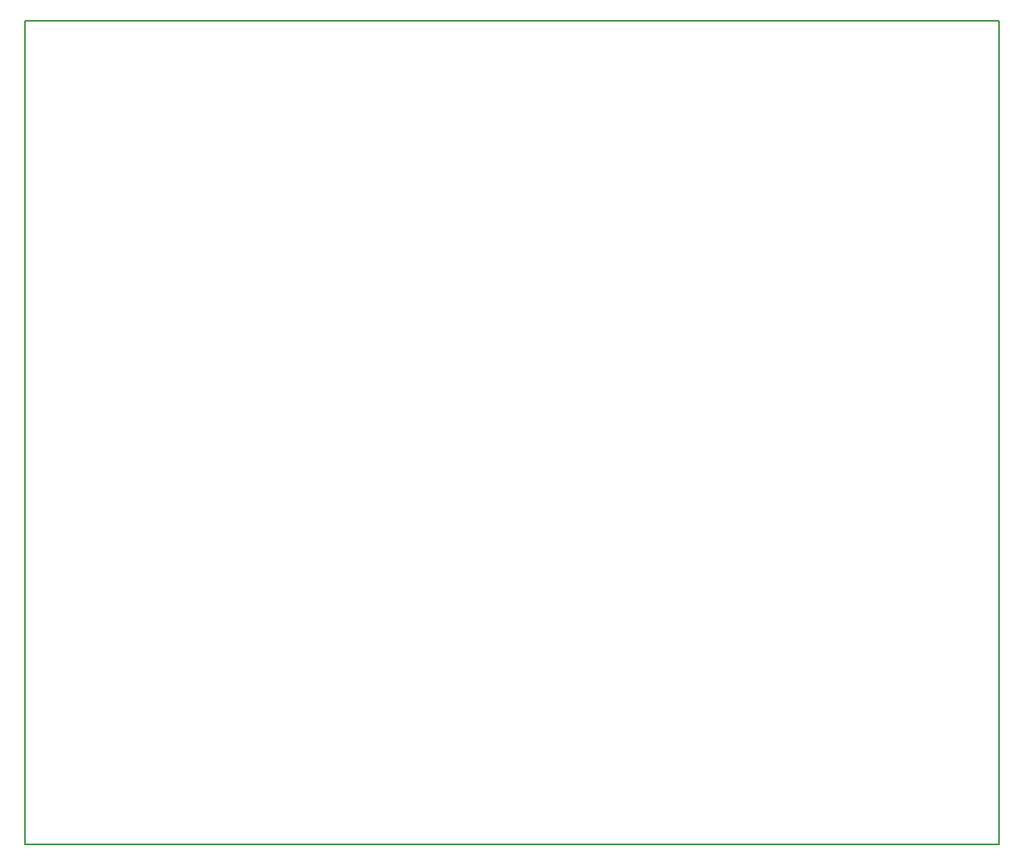
<source format=gbr>
G04 #@! TF.GenerationSoftware,KiCad,Pcbnew,(5.1.4)-1*
G04 #@! TF.CreationDate,2020-12-27T20:28:09-07:00*
G04 #@! TF.ProjectId,ufc_v4_controller,7566635f-7634-45f6-936f-6e74726f6c6c,rev?*
G04 #@! TF.SameCoordinates,Original*
G04 #@! TF.FileFunction,Profile,NP*
%FSLAX46Y46*%
G04 Gerber Fmt 4.6, Leading zero omitted, Abs format (unit mm)*
G04 Created by KiCad (PCBNEW (5.1.4)-1) date 2020-12-27 20:28:09*
%MOMM*%
%LPD*%
G04 APERTURE LIST*
%ADD10C,0.150000*%
G04 APERTURE END LIST*
D10*
X202438000Y-140716000D02*
X103378000Y-140716000D01*
X202438000Y-56896000D02*
X202438000Y-140716000D01*
X103378000Y-56896000D02*
X202438000Y-56896000D01*
X103378000Y-140716000D02*
X103378000Y-56896000D01*
M02*

</source>
